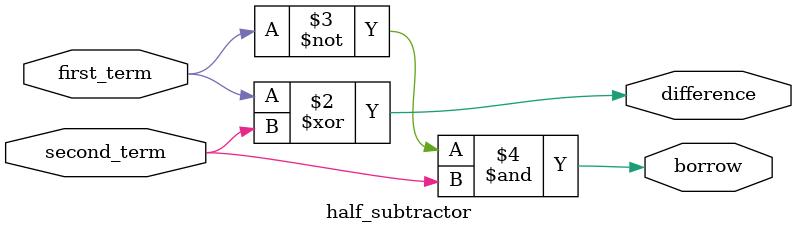
<source format=v>
module half_subtractor (
    input first_term,
    input second_term,
    output reg difference,
    output reg borrow
);

  always @(first_term or second_term) begin
    difference = first_term ^ second_term;
    borrow = (~first_term & second_term);
  end


endmodule

</source>
